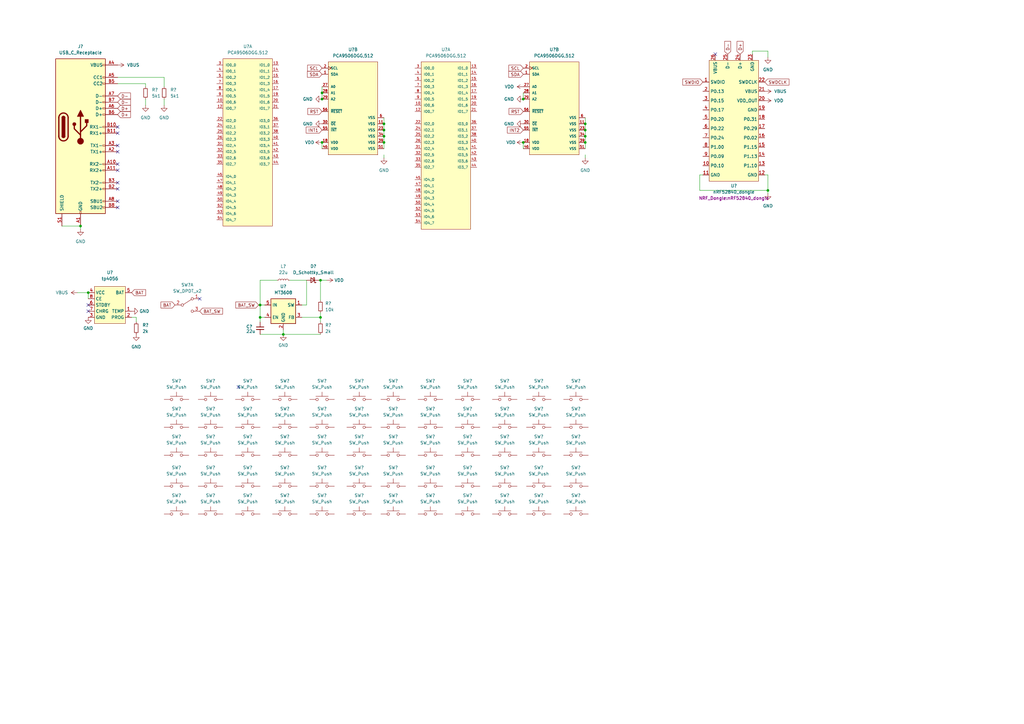
<source format=kicad_sch>
(kicad_sch (version 20211123) (generator eeschema)
  (paper "A3")
  (lib_symbols
    (symbol "Connector:USB_C_Receptacle" (pin_names (offset 1.016))
      (property "Reference" "J" (at -10.16 29.21 0))
      (property "Value" "USB_C_Receptacle" (at 10.16 29.21 0))
      (symbol "USB_C_Receptacle_0_0"
        (rectangle (start -0.254 -35.56) (end 0.254 -34.544))
        (rectangle (start 10.16 -32.766) (end 9.144 -33.274))
        (rectangle (start 10.16 -30.226) (end 9.144 -30.734))
        (rectangle (start 10.16 -25.146) (end 9.144 -25.654))
        (rectangle (start 10.16 -22.606) (end 9.144 -23.114))
        (rectangle (start 10.16 -17.526) (end 9.144 -18.034))
        (rectangle (start 10.16 -14.986) (end 9.144 -15.494))
        (rectangle (start 10.16 -9.906) (end 9.144 -10.414))
        (rectangle (start 10.16 -7.366) (end 9.144 -7.874))
        (rectangle (start 10.16 -2.286) (end 9.144 -2.794))
        (rectangle (start 10.16 0.254) (end 9.144 -0.254))
        (rectangle (start 10.16 5.334) (end 9.144 4.826))
        (rectangle (start 10.16 7.874) (end 9.144 7.366))
        (rectangle (start 10.16 10.414) (end 9.144 9.906))
        (rectangle (start 10.16 12.954) (end 9.144 12.446))
        (rectangle (start 10.16 18.034) (end 9.144 17.526))
        (rectangle (start 10.16 20.574) (end 9.144 20.066))
        (rectangle (start 10.16 25.654) (end 9.144 25.146))
      )
      (symbol "USB_C_Receptacle_0_1"
        (rectangle (start -10.16 27.94) (end 10.16 -35.56) (stroke (width 0.254)) (fill (type background)))
        (arc (start -8.89 -3.81) (mid -6.985 -5.715) (end -5.08 -3.81) (stroke (width 0.508)))
        (arc (start -7.62 -3.81) (mid -6.985 -4.445) (end -6.35 -3.81) (stroke (width 0.254)))
        (arc (start -7.62 -3.81) (mid -6.985 -4.445) (end -6.35 -3.81) (stroke (width 0.254)) (fill (type outline)))
        (rectangle (start -7.62 -3.81) (end -6.35 3.81) (stroke (width 0.254)) (fill (type outline)))
        (arc (start -6.35 3.81) (mid -6.985 4.445) (end -7.62 3.81) (stroke (width 0.254)))
        (arc (start -6.35 3.81) (mid -6.985 4.445) (end -7.62 3.81) (stroke (width 0.254)) (fill (type outline)))
        (arc (start -5.08 3.81) (mid -6.985 5.715) (end -8.89 3.81) (stroke (width 0.508)))
        (polyline (pts (xy -8.89 -3.81) (xy -8.89 3.81)) (stroke (width 0.508)))
        (polyline (pts (xy -5.08 3.81) (xy -5.08 -3.81)) (stroke (width 0.508)))
      )
      (symbol "USB_C_Receptacle_1_1"
        (circle (center -2.54 1.143) (radius 0.635) (stroke (width 0.254)) (fill (type outline)))
        (circle (center 0 -5.842) (radius 1.27) (fill (type outline)))
        (polyline (pts (xy 0 -5.842) (xy 0 4.318)) (stroke (width 0.508)))
        (polyline (pts (xy 0 -3.302) (xy -2.54 -0.762) (xy -2.54 0.508)) (stroke (width 0.508)))
        (polyline (pts (xy 0 -2.032) (xy 2.54 0.508) (xy 2.54 1.778)) (stroke (width 0.508)))
        (polyline (pts (xy -1.27 4.318) (xy 0 6.858) (xy 1.27 4.318) (xy -1.27 4.318)) (stroke (width 0.254)) (fill (type outline)))
        (rectangle (start 1.905 1.778) (end 3.175 3.048) (stroke (width 0.254)) (fill (type outline)))
        (pin passive line (at 0 -40.64 90) (length 5.08) (name "GND") (number "A1"))
        (pin bidirectional line (at 15.24 -15.24 180) (length 5.08) (name "RX2-") (number "A10"))
        (pin bidirectional line (at 15.24 -17.78 180) (length 5.08) (name "RX2+") (number "A11"))
        (pin passive line (at 0 -40.64 90) (length 5.08) hide (name "GND") (number "A12"))
        (pin bidirectional line (at 15.24 -10.16 180) (length 5.08) (name "TX1+") (number "A2"))
        (pin bidirectional line (at 15.24 -7.62 180) (length 5.08) (name "TX1-") (number "A3"))
        (pin passive line (at 15.24 25.4 180) (length 5.08) (name "VBUS") (number "A4"))
        (pin bidirectional line (at 15.24 20.32 180) (length 5.08) (name "CC1") (number "A5"))
        (pin bidirectional line (at 15.24 7.62 180) (length 5.08) (name "D+") (number "A6"))
        (pin bidirectional line (at 15.24 12.7 180) (length 5.08) (name "D-") (number "A7"))
        (pin bidirectional line (at 15.24 -30.48 180) (length 5.08) (name "SBU1") (number "A8"))
        (pin passive line (at 15.24 25.4 180) (length 5.08) hide (name "VBUS") (number "A9"))
        (pin passive line (at 0 -40.64 90) (length 5.08) hide (name "GND") (number "B1"))
        (pin bidirectional line (at 15.24 0 180) (length 5.08) (name "RX1-") (number "B10"))
        (pin bidirectional line (at 15.24 -2.54 180) (length 5.08) (name "RX1+") (number "B11"))
        (pin passive line (at 0 -40.64 90) (length 5.08) hide (name "GND") (number "B12"))
        (pin bidirectional line (at 15.24 -25.4 180) (length 5.08) (name "TX2+") (number "B2"))
        (pin bidirectional line (at 15.24 -22.86 180) (length 5.08) (name "TX2-") (number "B3"))
        (pin passive line (at 15.24 25.4 180) (length 5.08) hide (name "VBUS") (number "B4"))
        (pin bidirectional line (at 15.24 17.78 180) (length 5.08) (name "CC2") (number "B5"))
        (pin bidirectional line (at 15.24 5.08 180) (length 5.08) (name "D+") (number "B6"))
        (pin bidirectional line (at 15.24 10.16 180) (length 5.08) (name "D-") (number "B7"))
        (pin bidirectional line (at 15.24 -33.02 180) (length 5.08) (name "SBU2") (number "B8"))
        (pin passive line (at 15.24 25.4 180) (length 5.08) hide (name "VBUS") (number "B9"))
        (pin passive line (at -7.62 -40.64 90) (length 5.08) (name "SHIELD") (number "S1"))
      )
    )
    (symbol "Device:C_Small" (pin_numbers hide) (pin_names (offset 0.254) hide)
      (property "Reference" "C" (at 0.254 1.778 0))
      (property "Value" "C_Small" (at 0.254 -2.032 0))
      (symbol "C_Small_0_1"
        (polyline (pts (xy -1.524 -0.508) (xy 1.524 -0.508)) (stroke (width 0.3302)))
        (polyline (pts (xy -1.524 0.508) (xy 1.524 0.508)) (stroke (width 0.3048)))
      )
      (symbol "C_Small_1_1"
        (pin passive line (at 0 2.54 270) (length 2.032) (name "~") (number "1"))
        (pin passive line (at 0 -2.54 90) (length 2.032) (name "~") (number "2"))
      )
    )
    (symbol "Device:D_Schottky_Small" (pin_numbers hide) (pin_names (offset 0.254) hide)
      (property "Reference" "D" (at -1.27 2.032 0))
      (property "Value" "D_Schottky_Small" (at -7.112 -2.032 0))
      (symbol "D_Schottky_Small_0_1"
        (polyline (pts (xy -0.762 0) (xy 0.762 0)))
        (polyline (pts (xy 0.762 -1.016) (xy -0.762 0) (xy 0.762 1.016) (xy 0.762 -1.016)) (stroke (width 0.254)))
        (polyline (pts (xy -1.27 0.762) (xy -1.27 1.016) (xy -0.762 1.016) (xy -0.762 -1.016) (xy -0.254 -1.016) (xy -0.254 -0.762)) (stroke (width 0.254)))
      )
      (symbol "D_Schottky_Small_1_1"
        (pin passive line (at -2.54 0 0) (length 1.778) (name "K") (number "1"))
        (pin passive line (at 2.54 0 180) (length 1.778) (name "A") (number "2"))
      )
    )
    (symbol "Device:L_Small" (pin_numbers hide) (pin_names (offset 0.254) hide)
      (property "Reference" "L" (at 0.762 1.016 0))
      (property "Value" "L_Small" (at 0.762 -1.016 0))
      (symbol "L_Small_0_1"
        (arc (start 0 -2.032) (mid 0.508 -1.524) (end 0 -1.016))
        (arc (start 0 -1.016) (mid 0.508 -0.508) (end 0 0))
        (arc (start 0 0) (mid 0.508 0.508) (end 0 1.016))
        (arc (start 0 1.016) (mid 0.508 1.524) (end 0 2.032))
      )
      (symbol "L_Small_1_1"
        (pin passive line (at 0 2.54 270) (length 0.508) (name "~") (number "1"))
        (pin passive line (at 0 -2.54 90) (length 0.508) (name "~") (number "2"))
      )
    )
    (symbol "Device:R_Small" (pin_numbers hide) (pin_names (offset 0.254) hide)
      (property "Reference" "R" (at 0.762 0.508 0))
      (property "Value" "R_Small" (at 0.762 -1.016 0))
      (symbol "R_Small_0_1"
        (rectangle (start -0.762 1.778) (end 0.762 -1.778) (stroke (width 0.2032)))
      )
      (symbol "R_Small_1_1"
        (pin passive line (at 0 2.54 270) (length 0.762) (name "~") (number "1"))
        (pin passive line (at 0 -2.54 90) (length 0.762) (name "~") (number "2"))
      )
    )
    (symbol "NRF_dongle:nRF52840_dongle" (in_bom no) (on_board no)
      (property "Reference" "U" (at -8.89 -26.67 0))
      (property "Value" "nRF52840_dongle" (at -1.27 -29.21 0))
      (property "Footprint" "NRF_Dongle:nRF52840_dongle" (at -3.81 27.94 0))
      (symbol "nRF52840_dongle_0_1"
        (rectangle (start -10.16 24.13) (end 10.16 -25.4) (fill (type background)))
      )
      (symbol "nRF52840_dongle_1_1"
        (pin bidirectional line (at -12.7 15.24 0) (length 2.54) (name "SWDIO") (number "1"))
        (pin bidirectional line (at -12.7 -19.05 0) (length 2.54) (name "P0.10") (number "10"))
        (pin power_out line (at -12.7 -22.86 0) (length 2.54) (name "GND") (number "11"))
        (pin power_out line (at 12.7 -22.86 180) (length 2.54) (name "GND") (number "12"))
        (pin bidirectional line (at 12.7 -19.05 180) (length 2.54) (name "P1.10") (number "13"))
        (pin bidirectional line (at 12.7 -15.24 180) (length 2.54) (name "P1.13") (number "14"))
        (pin bidirectional line (at 12.7 -11.43 180) (length 2.54) (name "P1.15") (number "15"))
        (pin bidirectional line (at 12.7 -7.62 180) (length 2.54) (name "P0.02") (number "16"))
        (pin bidirectional line (at 12.7 -3.81 180) (length 2.54) (name "P0.29") (number "17"))
        (pin bidirectional line (at 12.7 0 180) (length 2.54) (name "P0.31") (number "18"))
        (pin power_in line (at 12.7 3.81 180) (length 2.54) (name "GND") (number "19"))
        (pin bidirectional line (at -12.7 11.43 0) (length 2.54) (name "P0.13") (number "2"))
        (pin power_out line (at 12.7 7.62 180) (length 2.54) (name "VDD_OUT") (number "20"))
        (pin power_in line (at 12.7 11.43 180) (length 2.54) (name "VBUS") (number "21"))
        (pin input line (at 12.7 15.24 180) (length 2.54) (name "SWDCLK") (number "22"))
        (pin power_in line (at 7.62 26.67 270) (length 2.54) (name "GND") (number "23"))
        (pin bidirectional line (at 2.54 26.67 270) (length 2.54) (name "D+") (number "24"))
        (pin bidirectional line (at -2.54 26.67 270) (length 2.54) (name "D-") (number "25"))
        (pin power_in line (at -7.62 26.67 270) (length 2.54) (name "VBUS") (number "26"))
        (pin bidirectional line (at -12.7 7.62 0) (length 2.54) (name "P0.15") (number "3"))
        (pin bidirectional line (at -12.7 3.81 0) (length 2.54) (name "P0.17") (number "4"))
        (pin bidirectional line (at -12.7 0 0) (length 2.54) (name "P0.20") (number "5"))
        (pin bidirectional line (at -12.7 -3.81 0) (length 2.54) (name "P0.22") (number "6"))
        (pin bidirectional line (at -12.7 -7.62 0) (length 2.54) (name "P0.24") (number "7"))
        (pin bidirectional line (at -12.7 -11.43 0) (length 2.54) (name "P1.00") (number "8"))
        (pin bidirectional line (at -12.7 -15.24 0) (length 2.54) (name "P0.09") (number "9"))
      )
    )
    (symbol "PCA9596:PCA9506DGG,512" (pin_names (offset 1.016))
      (property "Reference" "U" (at 0 5.08 0))
      (property "Value" "PCA9506DGG,512" (at 0 7.62 0))
      (symbol "PCA9506DGG,512_1_1"
        (rectangle (start 5.08 2.54) (end 25.4 -66.04) (fill (type background)))
        (pin bidirectional line (at 2.54 -15.24 0) (length 2.54) (name "IO0_6") (number "10"))
        (pin bidirectional line (at 2.54 -17.78 0) (length 2.54) (name "IO0_7") (number "12"))
        (pin bidirectional line (at 27.94 0 180) (length 2.54) (name "IO1_0") (number "13"))
        (pin bidirectional line (at 27.94 -2.54 180) (length 2.54) (name "IO1_1") (number "14"))
        (pin bidirectional line (at 27.94 -5.08 180) (length 2.54) (name "IO1_2") (number "15"))
        (pin bidirectional line (at 27.94 -7.62 180) (length 2.54) (name "IO1_3") (number "16"))
        (pin bidirectional line (at 27.94 -10.16 180) (length 2.54) (name "IO1_4") (number "17"))
        (pin bidirectional line (at 27.94 -12.7 180) (length 2.54) (name "IO1_5") (number "19"))
        (pin bidirectional line (at 27.94 -15.24 180) (length 2.54) (name "IO1_6") (number "20"))
        (pin bidirectional line (at 27.94 -17.78 180) (length 2.54) (name "IO1_7") (number "21"))
        (pin bidirectional line (at 2.54 -22.86 0) (length 2.54) (name "IO2_0") (number "22"))
        (pin bidirectional line (at 2.54 -25.4 0) (length 2.54) (name "IO2_1") (number "24"))
        (pin bidirectional line (at 2.54 -27.94 0) (length 2.54) (name "IO2_2") (number "25"))
        (pin bidirectional line (at 2.54 -30.48 0) (length 2.54) (name "IO2_3") (number "26"))
        (pin bidirectional line (at 2.54 0 0) (length 2.54) (name "IO0_0") (number "3"))
        (pin bidirectional line (at 2.54 -33.02 0) (length 2.54) (name "IO2_4") (number "31"))
        (pin bidirectional line (at 2.54 -35.56 0) (length 2.54) (name "IO2_5") (number "32"))
        (pin bidirectional line (at 2.54 -38.1 0) (length 2.54) (name "IO2_6") (number "33"))
        (pin bidirectional line (at 2.54 -40.64 0) (length 2.54) (name "IO2_7") (number "35"))
        (pin bidirectional line (at 27.94 -22.86 180) (length 2.54) (name "IO3_0") (number "36"))
        (pin bidirectional line (at 27.94 -25.4 180) (length 2.54) (name "IO3_1") (number "37"))
        (pin bidirectional line (at 27.94 -27.94 180) (length 2.54) (name "IO3_2") (number "38"))
        (pin bidirectional line (at 2.54 -2.54 0) (length 2.54) (name "IO0_1") (number "4"))
        (pin bidirectional line (at 27.94 -30.48 180) (length 2.54) (name "IO3_3") (number "40"))
        (pin bidirectional line (at 27.94 -33.02 180) (length 2.54) (name "IO3_4") (number "41"))
        (pin bidirectional line (at 27.94 -35.56 180) (length 2.54) (name "IO3_5") (number "42"))
        (pin bidirectional line (at 27.94 -38.1 180) (length 2.54) (name "IO3_6") (number "43"))
        (pin bidirectional line (at 27.94 -40.64 180) (length 2.54) (name "IO3_7") (number "44"))
        (pin bidirectional line (at 2.54 -45.72 0) (length 2.54) (name "IO4_0") (number "45"))
        (pin bidirectional line (at 2.54 -48.26 0) (length 2.54) (name "IO4_1") (number "47"))
        (pin bidirectional line (at 2.54 -50.8 0) (length 2.54) (name "IO4_2") (number "48"))
        (pin bidirectional line (at 2.54 -53.34 0) (length 2.54) (name "IO4_3") (number "49"))
        (pin bidirectional line (at 2.54 -5.08 0) (length 2.54) (name "IO0_2") (number "5"))
        (pin bidirectional line (at 2.54 -55.88 0) (length 2.54) (name "IO4_4") (number "50"))
        (pin bidirectional line (at 2.54 -58.42 0) (length 2.54) (name "IO4_5") (number "52"))
        (pin bidirectional line (at 2.54 -60.96 0) (length 2.54) (name "IO4_6") (number "53"))
        (pin bidirectional line (at 2.54 -63.5 0) (length 2.54) (name "IO4_7") (number "54"))
        (pin bidirectional line (at 2.54 -7.62 0) (length 2.54) (name "IO0_3") (number "7"))
        (pin bidirectional line (at 2.54 -10.16 0) (length 2.54) (name "IO0_4") (number "8"))
        (pin bidirectional line (at 2.54 -12.7 0) (length 2.54) (name "IO0_5") (number "9"))
      )
      (symbol "PCA9506DGG,512_2_1"
        (rectangle (start 5.08 2.54) (end 25.4 -35.56) (fill (type background)))
        (pin bidirectional line (at 2.54 -2.54 0) (length 2.54) (name "SDA") (number "1"))
        (pin power_in line (at 27.94 -22.86 180) (length 2.54) (name "VSS") (number "11"))
        (pin power_in line (at 2.54 -30.48 0) (length 2.54) (name "VDD") (number "18"))
        (pin input clock (at 2.54 0 0) (length 2.54) (name "SCL") (number "2"))
        (pin power_in line (at 27.94 -25.4 180) (length 2.54) (name "VSS") (number "23"))
        (pin input line (at 2.54 -7.62 0) (length 2.54) (name "A0") (number "27"))
        (pin input line (at 2.54 -10.16 0) (length 2.54) (name "A1") (number "28"))
        (pin input line (at 2.54 -12.7 0) (length 2.54) (name "A2") (number "29"))
        (pin input line (at 2.54 -22.86 0) (length 2.54) (name "~{OE}") (number "30"))
        (pin power_in line (at 27.94 -27.94 180) (length 2.54) (name "VSS") (number "34"))
        (pin power_in line (at 27.94 -30.48 180) (length 2.54) (name "VSS") (number "39"))
        (pin power_in line (at 2.54 -33.02 0) (length 2.54) (name "VDD") (number "46"))
        (pin power_in line (at 27.94 -33.02 180) (length 2.54) (name "VSS") (number "51"))
        (pin open_collector line (at 2.54 -25.4 0) (length 2.54) (name "~{INT}") (number "55"))
        (pin input line (at 2.54 -17.78 0) (length 2.54) (name "~{RESET}") (number "56"))
        (pin power_in line (at 27.94 -20.32 180) (length 2.54) (name "VSS") (number "6"))
      )
    )
    (symbol "Regulator_Switching:MT3608"
      (property "Reference" "U" (at -2.54 8.89 0))
      (property "Value" "MT3608" (at -3.81 6.35 0))
      (symbol "MT3608_0_1"
        (rectangle (start -5.08 5.08) (end 5.08 -5.08) (stroke (width 0.254)) (fill (type background)))
      )
      (symbol "MT3608_1_1"
        (pin passive line (at 7.62 2.54 180) (length 2.54) (name "SW") (number "1"))
        (pin power_in line (at 0 -7.62 90) (length 2.54) (name "GND") (number "2"))
        (pin input line (at 7.62 -2.54 180) (length 2.54) (name "FB") (number "3"))
        (pin input line (at -7.62 -2.54 0) (length 2.54) (name "EN") (number "4"))
        (pin power_in line (at -7.62 2.54 0) (length 2.54) (name "IN") (number "5"))
        (pin no_connect line (at 5.08 0 180) (length 2.54) hide (name "NC") (number "6"))
      )
    )
    (symbol "Switch:SW_DPDT_x2" (pin_names (offset 0) hide)
      (property "Reference" "SW" (at 0 4.318 0))
      (property "Value" "SW_DPDT_x2" (at 0 -5.08 0))
      (symbol "SW_DPDT_x2_0_0"
        (circle (center -2.032 0) (radius 0.508))
        (circle (center 2.032 -2.54) (radius 0.508))
      )
      (symbol "SW_DPDT_x2_0_1"
        (polyline (pts (xy -1.524 0.254) (xy 1.651 2.286)))
        (circle (center 2.032 2.54) (radius 0.508))
      )
      (symbol "SW_DPDT_x2_1_1"
        (pin passive line (at 5.08 2.54 180) (length 2.54) (name "A") (number "1"))
        (pin passive line (at -5.08 0 0) (length 2.54) (name "B") (number "2"))
        (pin passive line (at 5.08 -2.54 180) (length 2.54) (name "C") (number "3"))
      )
      (symbol "SW_DPDT_x2_2_1"
        (pin passive line (at 5.08 2.54 180) (length 2.54) (name "A") (number "4"))
        (pin passive line (at -5.08 0 0) (length 2.54) (name "B") (number "5"))
        (pin passive line (at 5.08 -2.54 180) (length 2.54) (name "C") (number "6"))
      )
    )
    (symbol "Switch:SW_Push" (pin_numbers hide) (pin_names (offset 1.016) hide)
      (property "Reference" "SW" (at 1.27 2.54 0))
      (property "Value" "SW_Push" (at 0 -1.524 0))
      (symbol "SW_Push_0_1"
        (circle (center -2.032 0) (radius 0.508))
        (polyline (pts (xy 0 1.27) (xy 0 3.048)))
        (polyline (pts (xy 2.54 1.27) (xy -2.54 1.27)))
        (circle (center 2.032 0) (radius 0.508))
        (pin passive line (at -5.08 0 0) (length 2.54) (name "1") (number "1"))
        (pin passive line (at 5.08 0 180) (length 2.54) (name "2") (number "2"))
      )
    )
    (symbol "TP4056:tp4056"
      (property "Reference" "U" (at 0 -8.89 0))
      (property "Value" "tp4056" (at 0 -11.43 0))
      (symbol "tp4056_0_1"
        (rectangle (start -6.35 7.62) (end 6.35 -7.62) (fill (type background)))
      )
      (symbol "tp4056_1_1"
        (pin input line (at 8.89 -2.54 180) (length 2.54) (name "TEMP") (number "1"))
        (pin passive line (at 8.89 -5.08 180) (length 2.54) (name "PROG") (number "2"))
        (pin power_in line (at -8.89 -5.08 0) (length 2.54) (name "GND") (number "3"))
        (pin power_in line (at -8.89 5.08 0) (length 2.54) (name "VCC") (number "4"))
        (pin power_out line (at 8.89 5.08 180) (length 2.54) (name "BAT") (number "5"))
        (pin output line (at -8.89 0 0) (length 2.54) (name "STDBY") (number "6"))
        (pin output line (at -8.89 -2.54 0) (length 2.54) (name "CHRG") (number "7"))
        (pin input line (at -8.89 2.54 0) (length 2.54) (name "CE") (number "8"))
      )
    )
    (symbol "power:GND" (power) (pin_names (offset 0))
      (property "Value" "GND" (at 0 -3.81 0))
      (symbol "GND_0_1"
        (polyline (pts (xy 0 0) (xy 0 -1.27) (xy 1.27 -1.27) (xy 0 -2.54) (xy -1.27 -1.27) (xy 0 -1.27)))
      )
      (symbol "GND_1_1"
        (pin power_in line (at 0 0 270) (length 0) hide (name "GND") (number "1"))
      )
    )
    (symbol "power:VBUS" (power) (pin_names (offset 0))
      (property "Value" "VBUS" (at 0 3.81 0))
      (symbol "VBUS_0_1"
        (polyline (pts (xy -0.762 1.27) (xy 0 2.54)))
        (polyline (pts (xy 0 0) (xy 0 2.54)))
        (polyline (pts (xy 0 2.54) (xy 0.762 1.27)))
      )
      (symbol "VBUS_1_1"
        (pin power_in line (at 0 0 90) (length 0) hide (name "VBUS") (number "1"))
      )
    )
    (symbol "power:VDD" (power) (pin_names (offset 0))
      (property "Value" "VDD" (at 0 3.81 0))
      (symbol "VDD_0_1"
        (polyline (pts (xy -0.762 1.27) (xy 0 2.54)))
        (polyline (pts (xy 0 0) (xy 0 2.54)))
        (polyline (pts (xy 0 2.54) (xy 0.762 1.27)))
      )
      (symbol "VDD_1_1"
        (pin power_in line (at 0 0 90) (length 0) hide (name "VDD") (number "1"))
      )
    )
  )
  (junction (at 157.48 53.34))
  (junction (at 132.08 40.64))
  (junction (at 240.03 53.34))
  (junction (at 240.03 50.8))
  (junction (at 131.445 114.935))
  (junction (at 106.68 130.175))
  (junction (at 240.03 55.88))
  (junction (at 116.205 137.16))
  (junction (at 314.96 78.105))
  (junction (at 132.08 38.1))
  (junction (at 240.03 58.42))
  (junction (at 131.445 130.175))
  (junction (at 132.08 58.42))
  (junction (at 33.02 92.71))
  (junction (at 106.68 125.095))
  (junction (at 157.48 58.42))
  (junction (at 214.63 58.42))
  (junction (at 214.63 40.64))
  (junction (at 36.195 120.015))
  (junction (at 157.48 55.88))
  (junction (at 157.48 50.8))
  (no_connect (at 48.26 52.07))
  (no_connect (at 81.915 122.555))
  (no_connect (at 48.26 67.31))
  (no_connect (at 36.195 125.095))
  (no_connect (at 36.195 127.635))
  (no_connect (at 48.26 59.69))
  (no_connect (at 48.26 74.93))
  (no_connect (at 48.26 69.85))
  (no_connect (at 48.26 54.61))
  (no_connect (at 293.37 22.225))
  (no_connect (at 48.26 77.47))
  (no_connect (at 48.26 82.55))
  (no_connect (at 48.26 85.09))
  (no_connect (at 48.26 62.23))
  (no_connect (at 97.79 158.75))
  (wire (pts (xy 123.825 130.175) (xy 131.445 130.175)))
  (wire (pts (xy 240.03 58.42) (xy 240.03 60.96)))
  (wire (pts (xy 106.68 132.08) (xy 106.68 130.175)))
  (wire (pts (xy 308.61 22.225) (xy 308.61 20.955)))
  (wire (pts (xy 48.26 31.75) (xy 67.31 31.75)))
  (wire (pts (xy 308.61 20.955) (xy 314.96 20.955)))
  (wire (pts (xy 31.75 120.015) (xy 36.195 120.015)))
  (wire (pts (xy 132.08 35.56) (xy 132.08 38.1)))
  (wire (pts (xy 132.08 58.42) (xy 132.08 60.96)))
  (wire (pts (xy 106.68 130.175) (xy 106.68 125.095)))
  (wire (pts (xy 240.03 63.5) (xy 240.03 64.77)))
  (wire (pts (xy 48.26 34.29) (xy 59.69 34.29)))
  (wire (pts (xy 240.03 50.8) (xy 240.03 53.34)))
  (wire (pts (xy 106.045 125.095) (xy 106.68 125.095)))
  (wire (pts (xy 106.68 130.175) (xy 108.585 130.175)))
  (wire (pts (xy 67.31 31.75) (xy 67.31 35.56)))
  (wire (pts (xy 116.205 137.16) (xy 131.445 137.16)))
  (wire (pts (xy 131.445 128.27) (xy 131.445 130.175)))
  (wire (pts (xy 157.48 63.5) (xy 157.48 64.77)))
  (wire (pts (xy 53.975 130.175) (xy 55.88 130.175)))
  (wire (pts (xy 314.96 78.105) (xy 314.96 71.755)))
  (wire (pts (xy 55.88 130.175) (xy 55.88 132.08)))
  (wire (pts (xy 59.69 40.64) (xy 59.69 43.18)))
  (wire (pts (xy 106.68 125.095) (xy 108.585 125.095)))
  (wire (pts (xy 125.73 125.095) (xy 123.825 125.095)))
  (wire (pts (xy 131.445 114.935) (xy 133.985 114.935)))
  (wire (pts (xy 118.745 114.935) (xy 125.73 114.935)))
  (wire (pts (xy 157.48 58.42) (xy 157.48 60.96)))
  (wire (pts (xy 314.96 20.955) (xy 314.96 23.495)))
  (wire (pts (xy 157.48 50.8) (xy 157.48 53.34)))
  (wire (pts (xy 113.665 114.935) (xy 106.68 114.935)))
  (wire (pts (xy 288.29 71.755) (xy 287.02 71.755)))
  (wire (pts (xy 214.63 58.42) (xy 214.63 60.96)))
  (wire (pts (xy 157.48 48.26) (xy 157.48 50.8)))
  (wire (pts (xy 116.205 135.255) (xy 116.205 137.16)))
  (wire (pts (xy 287.02 71.755) (xy 287.02 78.105)))
  (wire (pts (xy 240.03 53.34) (xy 240.03 55.88)))
  (wire (pts (xy 240.03 48.26) (xy 240.03 50.8)))
  (wire (pts (xy 132.08 38.1) (xy 132.08 40.64)))
  (wire (pts (xy 240.03 55.88) (xy 240.03 58.42)))
  (wire (pts (xy 157.48 53.34) (xy 157.48 55.88)))
  (wire (pts (xy 287.02 78.105) (xy 314.96 78.105)))
  (wire (pts (xy 131.445 123.19) (xy 131.445 114.935)))
  (wire (pts (xy 67.31 40.64) (xy 67.31 43.18)))
  (wire (pts (xy 125.73 114.935) (xy 125.73 125.095)))
  (wire (pts (xy 314.96 78.105) (xy 314.96 79.375)))
  (wire (pts (xy 106.68 137.16) (xy 116.205 137.16)))
  (wire (pts (xy 314.96 71.755) (xy 313.69 71.755)))
  (wire (pts (xy 106.68 114.935) (xy 106.68 125.095)))
  (wire (pts (xy 214.63 38.1) (xy 214.63 40.64)))
  (wire (pts (xy 25.4 92.71) (xy 33.02 92.71)))
  (wire (pts (xy 131.445 130.175) (xy 131.445 132.08)))
  (wire (pts (xy 59.69 34.29) (xy 59.69 35.56)))
  (wire (pts (xy 131.445 114.935) (xy 130.81 114.935)))
  (wire (pts (xy 157.48 55.88) (xy 157.48 58.42)))
  (wire (pts (xy 36.195 120.015) (xy 36.195 122.555)))
  (wire (pts (xy 33.02 92.71) (xy 33.02 93.98)))
  (global_label "BAT_SW" (shape input) (at 106.045 125.095 180) (property "Intersheet References" "${INTERSHEET_REFS}" (effects hide)))
  (global_label "SCL" (shape input) (at 132.08 27.94 180) (property "Intersheet References" "${INTERSHEET_REFS}" (effects hide)))
  (global_label "BAT" (shape input) (at 71.755 125.095 180) (property "Intersheet References" "${INTERSHEET_REFS}" (effects hide)))
  (global_label "SCL" (shape input) (at 214.63 27.94 180) (property "Intersheet References" "${INTERSHEET_REFS}" (effects hide)))
  (global_label "SWDIO" (shape input) (at 288.29 33.655 180) (property "Intersheet References" "${INTERSHEET_REFS}" (effects hide)))
  (global_label "D-" (shape input) (at 298.45 22.225 90) (property "Intersheet References" "${INTERSHEET_REFS}" (effects hide)))
  (global_label "D+" (shape input) (at 48.26 44.45 0) (property "Intersheet References" "${INTERSHEET_REFS}" (effects hide)))
  (global_label "D+" (shape input) (at 303.53 22.225 90) (property "Intersheet References" "${INTERSHEET_REFS}" (effects hide)))
  (global_label "INT1" (shape input) (at 132.08 53.34 180) (property "Intersheet References" "${INTERSHEET_REFS}" (effects hide)))
  (global_label "RST" (shape input) (at 132.08 45.72 180) (property "Intersheet References" "${INTERSHEET_REFS}" (effects hide)))
  (global_label "D-" (shape input) (at 48.26 41.91 0) (property "Intersheet References" "${INTERSHEET_REFS}" (effects hide)))
  (global_label "SDA" (shape input) (at 214.63 30.48 180) (property "Intersheet References" "${INTERSHEET_REFS}" (effects hide)))
  (global_label "BAT" (shape input) (at 53.975 120.015 0) (property "Intersheet References" "${INTERSHEET_REFS}" (effects hide)))
  (global_label "INT2" (shape input) (at 214.63 53.34 180) (property "Intersheet References" "${INTERSHEET_REFS}" (effects hide)))
  (global_label "SDA" (shape input) (at 132.08 30.48 180) (property "Intersheet References" "${INTERSHEET_REFS}" (effects hide)))
  (global_label "D-" (shape input) (at 48.26 39.37 0) (property "Intersheet References" "${INTERSHEET_REFS}" (effects hide)))
  (global_label "RST" (shape input) (at 214.63 45.72 180) (property "Intersheet References" "${INTERSHEET_REFS}" (effects hide)))
  (global_label "SWDCLK" (shape input) (at 313.69 33.655 0) (property "Intersheet References" "${INTERSHEET_REFS}" (effects hide)))
  (global_label "D+" (shape input) (at 48.26 46.99 0) (property "Intersheet References" "${INTERSHEET_REFS}" (effects hide)))
  (global_label "BAT_SW" (shape input) (at 81.915 127.635 0) (property "Intersheet References" "${INTERSHEET_REFS}" (effects hide)))
  (symbol (lib_id "Switch:SW_Push") (at 147.32 163.83 0) (unit 1)
    (property "Reference" "SW?" (at 147.32 156.21 0))
    (property "Value" "SW_Push" (at 147.32 158.75 0))
  )
  (symbol (lib_id "Switch:SW_Push") (at 207.01 175.26 0) (unit 1)
    (property "Reference" "SW?" (at 207.01 167.64 0))
    (property "Value" "SW_Push" (at 207.01 170.18 0))
  )
  (symbol (lib_id "Switch:SW_Push") (at 86.36 163.83 0) (unit 1)
    (property "Reference" "SW?" (at 86.36 156.21 0))
    (property "Value" "SW_Push" (at 86.36 158.75 0))
  )
  (symbol (lib_id "Switch:SW_Push") (at 147.32 210.82 0) (unit 1)
    (property "Reference" "SW?" (at 147.32 203.2 0))
    (property "Value" "SW_Push" (at 147.32 205.74 0))
  )
  (symbol (lib_id "Switch:SW_Push") (at 101.6 175.26 0) (unit 1)
    (property "Reference" "SW?" (at 101.6 167.64 0))
    (property "Value" "SW_Push" (at 101.6 170.18 0))
  )
  (symbol (lib_id "Switch:SW_Push") (at 101.6 163.83 0) (unit 1)
    (property "Reference" "SW?" (at 101.6 156.21 0))
    (property "Value" "SW_Push" (at 101.6 158.75 0))
  )
  (symbol (lib_id "Switch:SW_Push") (at 207.01 163.83 0) (unit 1)
    (property "Reference" "SW?" (at 207.01 156.21 0))
    (property "Value" "SW_Push" (at 207.01 158.75 0))
  )
  (symbol (lib_id "Switch:SW_Push") (at 191.77 210.82 0) (unit 1)
    (property "Reference" "SW?" (at 191.77 203.2 0))
    (property "Value" "SW_Push" (at 191.77 205.74 0))
  )
  (symbol (lib_id "Switch:SW_Push") (at 86.36 210.82 0) (unit 1)
    (property "Reference" "SW?" (at 86.36 203.2 0))
    (property "Value" "SW_Push" (at 86.36 205.74 0))
  )
  (symbol (lib_id "power:GND") (at 132.08 40.64 270) (unit 1)
    (property "Reference" "#PWR?" (effects hide))
    (property "Value" "GND" (at 128.27 40.6399 90) (effects (justify right)))
  )
  (symbol (lib_id "Switch:SW_Push") (at 72.39 199.39 0) (unit 1)
    (property "Reference" "SW?" (at 72.39 191.77 0))
    (property "Value" "SW_Push" (at 72.39 194.31 0))
  )
  (symbol (lib_id "Device:D_Schottky_Small") (at 128.27 114.935 180) (unit 1)
    (property "Reference" "D?" (at 128.524 109.22 0))
    (property "Value" "D_Schottky_Small" (at 128.524 111.76 0))
  )
  (symbol (lib_id "power:GND") (at 33.02 93.98 0) (unit 1)
    (property "Reference" "#PWR0101" (effects hide))
    (property "Value" "GND" (at 33.02 99.06 0))
  )
  (symbol (lib_id "Switch:SW_Push") (at 72.39 175.26 0) (unit 1)
    (property "Reference" "SW?" (at 72.39 167.64 0))
    (property "Value" "SW_Push" (at 72.39 170.18 0))
  )
  (symbol (lib_id "Switch:SW_Push") (at 236.22 186.69 0) (unit 1)
    (property "Reference" "SW?" (at 236.22 179.07 0))
    (property "Value" "SW_Push" (at 236.22 181.61 0))
  )
  (symbol (lib_id "power:GND") (at 53.975 127.635 90) (unit 1)
    (property "Reference" "#PWR?" (effects hide))
    (property "Value" "GND" (at 57.15 127.6349 90) (effects (justify right)))
  )
  (symbol (lib_id "Switch:SW_Push") (at 220.98 210.82 0) (unit 1)
    (property "Reference" "SW?" (at 220.98 203.2 0))
    (property "Value" "SW_Push" (at 220.98 205.74 0))
  )
  (symbol (lib_id "Switch:SW_Push") (at 191.77 186.69 0) (unit 1)
    (property "Reference" "SW?" (at 191.77 179.07 0))
    (property "Value" "SW_Push" (at 191.77 181.61 0))
  )
  (symbol (lib_id "TP4056:tp4056") (at 45.085 125.095 0) (unit 1)
    (property "Reference" "U?" (at 45.085 111.76 0))
    (property "Value" "tp4056" (at 45.085 114.3 0))
    (property "Footprint" "Package_SO:TSSOP-8_3x3mm_P0.65mm" (effects hide))
  )
  (symbol (lib_id "Regulator_Switching:MT3608") (at 116.205 127.635 0) (unit 1)
    (property "Reference" "U?" (at 116.205 117.475 0))
    (property "Value" "MT3608" (at 116.205 120.015 0))
    (property "Footprint" "Package_TO_SOT_SMD:SOT-23-6" (effects hide))
    (property "Datasheet" "https://www.olimex.com/Products/Breadboarding/BB-PWR-3608/resources/MT3608.pdf" (effects hide))
  )
  (symbol (lib_id "Switch:SW_Push") (at 72.39 210.82 0) (unit 1)
    (property "Reference" "SW?" (at 72.39 203.2 0))
    (property "Value" "SW_Push" (at 72.39 205.74 0))
  )
  (symbol (lib_id "Switch:SW_Push") (at 116.84 186.69 0) (unit 1)
    (property "Reference" "SW?" (at 116.84 179.07 0))
    (property "Value" "SW_Push" (at 116.84 181.61 0))
  )
  (symbol (lib_id "power:GND") (at 157.48 64.77 0) (unit 1)
    (property "Reference" "#PWR0108" (effects hide))
    (property "Value" "GND" (at 157.48 69.85 0))
  )
  (symbol (lib_id "power:GND") (at 314.96 79.375 0) (unit 1)
    (property "Reference" "#PWR?" (effects hide))
    (property "Value" "GND" (at 314.96 84.455 0))
  )
  (symbol (lib_id "power:GND") (at 67.31 43.18 0) (unit 1)
    (property "Reference" "#PWR0103" (effects hide))
    (property "Value" "GND" (at 67.31 48.26 0))
  )
  (symbol (lib_id "Device:R_Small") (at 131.445 125.73 0) (unit 1)
    (property "Reference" "R?" (at 133.35 124.4599 0) (effects (justify left)))
    (property "Value" "10k" (at 133.35 126.9999 0) (effects (justify left)))
  )
  (symbol (lib_id "Device:L_Small") (at 116.205 114.935 90) (unit 1)
    (property "Reference" "L?" (at 116.205 109.22 90))
    (property "Value" "22u" (at 116.205 111.76 90))
  )
  (symbol (lib_id "Switch:SW_Push") (at 220.98 175.26 0) (unit 1)
    (property "Reference" "SW?" (at 220.98 167.64 0))
    (property "Value" "SW_Push" (at 220.98 170.18 0))
  )
  (symbol (lib_id "Device:C_Small") (at 106.68 134.62 0) (unit 1)
    (property "Reference" "C?" (at 100.965 133.985 0) (effects (justify left)))
    (property "Value" "22u" (at 100.965 135.89 0) (effects (justify left)))
  )
  (symbol (lib_id "Switch:SW_Push") (at 236.22 210.82 0) (unit 1)
    (property "Reference" "SW?" (at 236.22 203.2 0))
    (property "Value" "SW_Push" (at 236.22 205.74 0))
  )
  (symbol (lib_id "power:GND") (at 36.195 130.175 0) (unit 1)
    (property "Reference" "#PWR?" (effects hide))
    (property "Value" "GND" (at 36.195 134.62 0))
  )
  (symbol (lib_id "Switch:SW_Push") (at 116.84 175.26 0) (unit 1)
    (property "Reference" "SW?" (at 116.84 167.64 0))
    (property "Value" "SW_Push" (at 116.84 170.18 0))
  )
  (symbol (lib_id "power:VDD") (at 133.985 114.935 270) (unit 1)
    (property "Reference" "#PWR?" (effects hide))
    (property "Value" "VDD" (at 137.16 114.9349 90) (effects (justify left)))
  )
  (symbol (lib_id "Switch:SW_Push") (at 132.08 163.83 0) (unit 1)
    (property "Reference" "SW?" (at 132.08 156.21 0))
    (property "Value" "SW_Push" (at 132.08 158.75 0))
  )
  (symbol (lib_id "Device:R_Small") (at 55.88 134.62 0) (unit 1)
    (property "Reference" "R?" (at 58.42 133.3499 0) (effects (justify left)))
    (property "Value" "2k" (at 58.42 135.8899 0) (effects (justify left)))
  )
  (symbol (lib_id "Switch:SW_Push") (at 101.6 210.82 0) (unit 1)
    (property "Reference" "SW?" (at 101.6 203.2 0))
    (property "Value" "SW_Push" (at 101.6 205.74 0))
  )
  (symbol (lib_id "power:GND") (at 214.63 40.64 270) (unit 1)
    (property "Reference" "#PWR?" (effects hide))
    (property "Value" "GND" (at 210.82 40.6399 90) (effects (justify right)))
  )
  (symbol (lib_id "Connector:USB_C_Receptacle") (at 33.02 52.07 0) (unit 1)
    (property "Reference" "J?" (at 33.02 19.05 0))
    (property "Value" "USB_C_Receptacle" (at 33.02 21.59 0))
    (property "Datasheet" "https://www.usb.org/sites/default/files/documents/usb_type-c.zip" (effects hide))
  )
  (symbol (lib_id "Switch:SW_Push") (at 161.29 210.82 0) (unit 1)
    (property "Reference" "SW?" (at 161.29 203.2 0))
    (property "Value" "SW_Push" (at 161.29 205.74 0))
  )
  (symbol (lib_id "Switch:SW_Push") (at 161.29 199.39 0) (unit 1)
    (property "Reference" "SW?" (at 161.29 191.77 0))
    (property "Value" "SW_Push" (at 161.29 194.31 0))
  )
  (symbol (lib_id "Switch:SW_Push") (at 161.29 175.26 0) (unit 1)
    (property "Reference" "SW?" (at 161.29 167.64 0))
    (property "Value" "SW_Push" (at 161.29 170.18 0))
  )
  (symbol (lib_id "Switch:SW_Push") (at 132.08 210.82 0) (unit 1)
    (property "Reference" "SW?" (at 132.08 203.2 0))
    (property "Value" "SW_Push" (at 132.08 205.74 0))
  )
  (symbol (lib_id "PCA9596:PCA9506DGG,512") (at 167.64 27.94 0) (unit 1)
    (property "Reference" "U?" (at 182.88 20.32 0))
    (property "Value" "PCA9506DGG,512" (at 182.88 22.86 0))
    (property "Footprint" "NXP_Semiconductors-PCA9506DGG,512-*" (effects hide))
    (property "Datasheet" "http://www.nxp.com/documents/data_sheet/PCA9505_9506.pdf" (effects hide))
    (property "Component Link 1 Description" "Manufacturer URL" (effects hide))
    (property "Component Link 1 URL" "http://www.nxp.com/" (effects hide))
    (property "Component Link 3 Description" "Package Specification" (effects hide))
    (property "Component Link 3 URL" "http://www.nxp.com/documents/outline_drawing/sot364-1_po.pdf" (effects hide))
    (property "Datasheet Version" "Rev. 4" (effects hide))
    (property "IDD 5 5 V" "300 uA Max." (effects hide))
    (property "Mounting Technology" "Surface Mount" (effects hide))
    (property "Nr of Bits" "40" (effects hide))
    (property "Operating Temperature Range" "-40 to 85 degC" (effects hide))
    (property "Package Description" "56-Pin Plastic Thin Shrink Small Outline Package, Body 14 x 6.1 mm, Pitch 0.50 mm" (effects hide))
    (property "Package Version" "Feb-03" (effects hide))
    (property "Packing" "Tube" (effects hide))
    (property "VDD" "2.3 to 5.5 V" (effects hide))
    (property "category" "IC" (effects hide))
    (property "ciiva ids" "1226982" (effects hide))
    (property "library id" "e7f29774a411d698" (effects hide))
    (property "manufacturer" "NXP Semiconductors" (effects hide))
    (property "release date" "1415010237" (effects hide))
    (property "rohs" "Yes" (effects hide))
    (property "vault revision" "C1D2AAE7-90A0-4313-AE90-74CFF313FAFD" (effects hide))
    (property "fSCLFast mode" "400 kHz Max." (effects hide))
    (property "fSCLStandard mode" "100 kHz Max." (effects hide))
    (property "imported" "yes" (effects hide))
  )
  (symbol (lib_id "power:VBUS") (at 48.26 26.67 270) (unit 1)
    (property "Reference" "#PWR0104" (effects hide))
    (property "Value" "VBUS" (at 52.07 26.6699 90) (effects (justify left)))
  )
  (symbol (lib_id "Switch:SW_Push") (at 236.22 199.39 0) (unit 1)
    (property "Reference" "SW?" (at 236.22 191.77 0))
    (property "Value" "SW_Push" (at 236.22 194.31 0))
  )
  (symbol (lib_id "Switch:SW_Push") (at 132.08 186.69 0) (unit 1)
    (property "Reference" "SW?" (at 132.08 179.07 0))
    (property "Value" "SW_Push" (at 132.08 181.61 0))
  )
  (symbol (lib_id "Device:R_Small") (at 67.31 38.1 0) (unit 1)
    (property "Reference" "R?" (at 69.85 36.8299 0) (effects (justify left)))
    (property "Value" "5k1" (at 69.85 39.3699 0) (effects (justify left)))
  )
  (symbol (lib_id "Switch:SW_Push") (at 132.08 175.26 0) (unit 1)
    (property "Reference" "SW?" (at 132.08 167.64 0))
    (property "Value" "SW_Push" (at 132.08 170.18 0))
  )
  (symbol (lib_id "Switch:SW_Push") (at 176.53 186.69 0) (unit 1)
    (property "Reference" "SW?" (at 176.53 179.07 0))
    (property "Value" "SW_Push" (at 176.53 181.61 0))
  )
  (symbol (lib_id "Switch:SW_Push") (at 236.22 175.26 0) (unit 1)
    (property "Reference" "SW?" (at 236.22 167.64 0))
    (property "Value" "SW_Push" (at 236.22 170.18 0))
  )
  (symbol (lib_id "NRF_dongle:nRF52840_dongle") (at 300.99 48.895 0) (unit 1) (in_bom no) (on_board no)
    (property "Reference" "U?" (at 300.99 76.2 0))
    (property "Value" "nRF52840_dongle" (at 300.99 78.74 0))
    (property "Footprint" "NRF_Dongle:nRF52840_dongle" (at 300.99 81.28 0))
  )
  (symbol (lib_id "power:VDD") (at 214.63 58.42 90) (unit 1)
    (property "Reference" "#PWR0105" (effects hide))
    (property "Value" "VDD" (at 209.55 58.42 90))
  )
  (symbol (lib_id "Switch:SW_Push") (at 147.32 199.39 0) (unit 1)
    (property "Reference" "SW?" (at 147.32 191.77 0))
    (property "Value" "SW_Push" (at 147.32 194.31 0))
  )
  (symbol (lib_id "Switch:SW_Push") (at 220.98 199.39 0) (unit 1)
    (property "Reference" "SW?" (at 220.98 191.77 0))
    (property "Value" "SW_Push" (at 220.98 194.31 0))
  )
  (symbol (lib_id "Switch:SW_Push") (at 116.84 199.39 0) (unit 1)
    (property "Reference" "SW?" (at 116.84 191.77 0))
    (property "Value" "SW_Push" (at 116.84 194.31 0))
  )
  (symbol (lib_id "Switch:SW_Push") (at 147.32 175.26 0) (unit 1)
    (property "Reference" "SW?" (at 147.32 167.64 0))
    (property "Value" "SW_Push" (at 147.32 170.18 0))
  )
  (symbol (lib_id "Device:R_Small") (at 59.69 38.1 0) (unit 1)
    (property "Reference" "R?" (at 62.23 36.8299 0) (effects (justify left)))
    (property "Value" "5k1" (at 62.23 39.3699 0) (effects (justify left)))
  )
  (symbol (lib_id "Switch:SW_Push") (at 72.39 186.69 0) (unit 1)
    (property "Reference" "SW?" (at 72.39 179.07 0))
    (property "Value" "SW_Push" (at 72.39 181.61 0))
  )
  (symbol (lib_id "power:GND") (at 314.96 23.495 0) (unit 1)
    (property "Reference" "#PWR?" (effects hide))
    (property "Value" "GND" (at 314.96 28.575 0))
  )
  (symbol (lib_id "Switch:SW_Push") (at 86.36 186.69 0) (unit 1)
    (property "Reference" "SW?" (at 86.36 179.07 0))
    (property "Value" "SW_Push" (at 86.36 181.61 0))
  )
  (symbol (lib_id "Switch:SW_Push") (at 72.39 163.83 0) (unit 1)
    (property "Reference" "SW?" (at 72.39 156.21 0))
    (property "Value" "SW_Push" (at 72.39 158.75 0))
  )
  (symbol (lib_id "Switch:SW_Push") (at 207.01 186.69 0) (unit 1)
    (property "Reference" "SW?" (at 207.01 179.07 0))
    (property "Value" "SW_Push" (at 207.01 181.61 0))
  )
  (symbol (lib_id "Switch:SW_Push") (at 86.36 199.39 0) (unit 1)
    (property "Reference" "SW?" (at 86.36 191.77 0))
    (property "Value" "SW_Push" (at 86.36 194.31 0))
  )
  (symbol (lib_id "power:GND") (at 116.205 137.16 0) (unit 1)
    (property "Reference" "#PWR?" (effects hide))
    (property "Value" "GND" (at 116.205 141.605 0))
  )
  (symbol (lib_id "Switch:SW_Push") (at 116.84 210.82 0) (unit 1)
    (property "Reference" "SW?" (at 116.84 203.2 0))
    (property "Value" "SW_Push" (at 116.84 205.74 0))
  )
  (symbol (lib_id "power:GND") (at 132.08 50.8 270) (unit 1)
    (property "Reference" "#PWR?" (effects hide))
    (property "Value" "GND" (at 128.27 50.7999 90) (effects (justify right)))
  )
  (symbol (lib_id "Switch:SW_Push") (at 101.6 199.39 0) (unit 1)
    (property "Reference" "SW?" (at 101.6 191.77 0))
    (property "Value" "SW_Push" (at 101.6 194.31 0))
  )
  (symbol (lib_id "Switch:SW_Push") (at 176.53 175.26 0) (unit 1)
    (property "Reference" "SW?" (at 176.53 167.64 0))
    (property "Value" "SW_Push" (at 176.53 170.18 0))
  )
  (symbol (lib_id "power:GND") (at 240.03 64.77 0) (unit 1)
    (property "Reference" "#PWR0106" (effects hide))
    (property "Value" "GND" (at 240.03 69.85 0))
  )
  (symbol (lib_id "Switch:SW_Push") (at 176.53 163.83 0) (unit 1)
    (property "Reference" "SW?" (at 176.53 156.21 0))
    (property "Value" "SW_Push" (at 176.53 158.75 0))
  )
  (symbol (lib_id "power:VDD") (at 313.69 41.275 270) (unit 1)
    (property "Reference" "#PWR?" (effects hide))
    (property "Value" "VDD" (at 317.5 41.2749 90) (effects (justify left)))
  )
  (symbol (lib_id "power:VBUS") (at 313.69 37.465 270) (unit 1)
    (property "Reference" "#PWR0109" (effects hide))
    (property "Value" "VBUS" (at 317.5 37.4649 90) (effects (justify left)))
  )
  (symbol (lib_id "Switch:SW_Push") (at 207.01 210.82 0) (unit 1)
    (property "Reference" "SW?" (at 207.01 203.2 0))
    (property "Value" "SW_Push" (at 207.01 205.74 0))
  )
  (symbol (lib_id "Device:R_Small") (at 131.445 134.62 0) (unit 1)
    (property "Reference" "R?" (at 133.35 133.3499 0) (effects (justify left)))
    (property "Value" "2k" (at 133.35 135.8899 0) (effects (justify left)))
  )
  (symbol (lib_id "power:GND") (at 214.63 50.8 270) (unit 1)
    (property "Reference" "#PWR?" (effects hide))
    (property "Value" "GND" (at 210.82 50.7999 90) (effects (justify right)))
  )
  (symbol (lib_id "power:VBUS") (at 31.75 120.015 90) (unit 1)
    (property "Reference" "#PWR?" (effects hide))
    (property "Value" "VBUS" (at 27.94 120.0149 90) (effects (justify left)))
  )
  (symbol (lib_id "Switch:SW_Push") (at 191.77 199.39 0) (unit 1)
    (property "Reference" "SW?" (at 191.77 191.77 0))
    (property "Value" "SW_Push" (at 191.77 194.31 0))
  )
  (symbol (lib_id "Switch:SW_DPDT_x2") (at 76.835 125.095 0) (unit 1)
    (property "Reference" "SW?" (at 76.835 116.84 0))
    (property "Value" "SW_DPDT_x2" (at 76.835 119.38 0))
  )
  (symbol (lib_id "Switch:SW_Push") (at 220.98 163.83 0) (unit 1)
    (property "Reference" "SW?" (at 220.98 156.21 0))
    (property "Value" "SW_Push" (at 220.98 158.75 0))
  )
  (symbol (lib_id "Switch:SW_Push") (at 207.01 199.39 0) (unit 1)
    (property "Reference" "SW?" (at 207.01 191.77 0))
    (property "Value" "SW_Push" (at 207.01 194.31 0))
  )
  (symbol (lib_id "Switch:SW_Push") (at 191.77 163.83 0) (unit 1)
    (property "Reference" "SW?" (at 191.77 156.21 0))
    (property "Value" "SW_Push" (at 191.77 158.75 0))
  )
  (symbol (lib_id "Switch:SW_Push") (at 147.32 186.69 0) (unit 1)
    (property "Reference" "SW?" (at 147.32 179.07 0))
    (property "Value" "SW_Push" (at 147.32 181.61 0))
  )
  (symbol (lib_id "Switch:SW_Push") (at 161.29 186.69 0) (unit 1)
    (property "Reference" "SW?" (at 161.29 179.07 0))
    (property "Value" "SW_Push" (at 161.29 181.61 0))
  )
  (symbol (lib_id "Switch:SW_Push") (at 236.22 163.83 0) (unit 1)
    (property "Reference" "SW?" (at 236.22 156.21 0))
    (property "Value" "SW_Push" (at 236.22 158.75 0))
  )
  (symbol (lib_id "PCA9596:PCA9506DGG,512") (at 212.09 27.94 0) (unit 2)
    (property "Reference" "U?" (at 227.33 20.32 0))
    (property "Value" "PCA9506DGG,512" (at 227.33 22.86 0))
    (property "Footprint" "NXP_Semiconductors-PCA9506DGG,512-*" (effects hide))
    (property "Datasheet" "http://www.nxp.com/documents/data_sheet/PCA9505_9506.pdf" (effects hide))
    (property "Component Link 1 Description" "Manufacturer URL" (effects hide))
    (property "Component Link 1 URL" "http://www.nxp.com/" (effects hide))
    (property "Component Link 3 Description" "Package Specification" (effects hide))
    (property "Component Link 3 URL" "http://www.nxp.com/documents/outline_drawing/sot364-1_po.pdf" (effects hide))
    (property "Datasheet Version" "Rev. 4" (effects hide))
    (property "IDD 5 5 V" "300 uA Max." (effects hide))
    (property "Mounting Technology" "Surface Mount" (effects hide))
    (property "Nr of Bits" "40" (effects hide))
    (property "Operating Temperature Range" "-40 to 85 degC" (effects hide))
    (property "Package Description" "56-Pin Plastic Thin Shrink Small Outline Package, Body 14 x 6.1 mm, Pitch 0.50 mm" (effects hide))
    (property "Package Version" "Feb-03" (effects hide))
    (property "Packing" "Tube" (effects hide))
    (property "VDD" "2.3 to 5.5 V" (effects hide))
    (property "category" "IC" (effects hide))
    (property "ciiva ids" "1226982" (effects hide))
    (property "library id" "e7f29774a411d698" (effects hide))
    (property "manufacturer" "NXP Semiconductors" (effects hide))
    (property "release date" "1415010237" (effects hide))
    (property "rohs" "Yes" (effects hide))
    (property "vault revision" "C1D2AAE7-90A0-4313-AE90-74CFF313FAFD" (effects hide))
    (property "fSCLFast mode" "400 kHz Max." (effects hide))
    (property "fSCLStandard mode" "100 kHz Max." (effects hide))
    (property "imported" "yes" (effects hide))
  )
  (symbol (lib_id "Switch:SW_Push") (at 161.29 163.83 0) (unit 1)
    (property "Reference" "SW?" (at 161.29 156.21 0))
    (property "Value" "SW_Push" (at 161.29 158.75 0))
  )
  (symbol (lib_id "power:VDD") (at 214.63 35.56 90) (unit 1)
    (property "Reference" "#PWR?" (effects hide))
    (property "Value" "VDD" (at 210.82 35.5599 90) (effects (justify left)))
  )
  (symbol (lib_id "Switch:SW_Push") (at 176.53 210.82 0) (unit 1)
    (property "Reference" "SW?" (at 176.53 203.2 0))
    (property "Value" "SW_Push" (at 176.53 205.74 0))
  )
  (symbol (lib_id "PCA9596:PCA9506DGG,512") (at 86.36 26.67 0) (unit 1)
    (property "Reference" "U?" (at 101.6 19.05 0))
    (property "Value" "PCA9506DGG,512" (at 101.6 21.59 0))
    (property "Footprint" "NXP_Semiconductors-PCA9506DGG,512-*" (effects hide))
    (property "Datasheet" "http://www.nxp.com/documents/data_sheet/PCA9505_9506.pdf" (effects hide))
    (property "Component Link 1 Description" "Manufacturer URL" (effects hide))
    (property "Component Link 1 URL" "http://www.nxp.com/" (effects hide))
    (property "Component Link 3 Description" "Package Specification" (effects hide))
    (property "Component Link 3 URL" "http://www.nxp.com/documents/outline_drawing/sot364-1_po.pdf" (effects hide))
    (property "Datasheet Version" "Rev. 4" (effects hide))
    (property "IDD 5 5 V" "300 uA Max." (effects hide))
    (property "Mounting Technology" "Surface Mount" (effects hide))
    (property "Nr of Bits" "40" (effects hide))
    (property "Operating Temperature Range" "-40 to 85 degC" (effects hide))
    (property "Package Description" "56-Pin Plastic Thin Shrink Small Outline Package, Body 14 x 6.1 mm, Pitch 0.50 mm" (effects hide))
    (property "Package Version" "Feb-03" (effects hide))
    (property "Packing" "Tube" (effects hide))
    (property "VDD" "2.3 to 5.5 V" (effects hide))
    (property "category" "IC" (effects hide))
    (property "ciiva ids" "1226982" (effects hide))
    (property "library id" "e7f29774a411d698" (effects hide))
    (property "manufacturer" "NXP Semiconductors" (effects hide))
    (property "release date" "1415010237" (effects hide))
    (property "rohs" "Yes" (effects hide))
    (property "vault revision" "C1D2AAE7-90A0-4313-AE90-74CFF313FAFD" (effects hide))
    (property "fSCLFast mode" "400 kHz Max." (effects hide))
    (property "fSCLStandard mode" "100 kHz Max." (effects hide))
    (property "imported" "yes" (effects hide))
  )
  (symbol (lib_id "Switch:SW_Push") (at 176.53 199.39 0) (unit 1)
    (property "Reference" "SW?" (at 176.53 191.77 0))
    (property "Value" "SW_Push" (at 176.53 194.31 0))
  )
  (symbol (lib_id "PCA9596:PCA9506DGG,512") (at 129.54 27.94 0) (unit 2)
    (property "Reference" "U?" (at 144.78 20.32 0))
    (property "Value" "PCA9506DGG,512" (at 144.78 22.86 0))
    (property "Footprint" "NXP_Semiconductors-PCA9506DGG,512-*" (effects hide))
    (property "Datasheet" "http://www.nxp.com/documents/data_sheet/PCA9505_9506.pdf" (effects hide))
    (property "Component Link 1 Description" "Manufacturer URL" (effects hide))
    (property "Component Link 1 URL" "http://www.nxp.com/" (effects hide))
    (property "Component Link 3 Description" "Package Specification" (effects hide))
    (property "Component Link 3 URL" "http://www.nxp.com/documents/outline_drawing/sot364-1_po.pdf" (effects hide))
    (property "Datasheet Version" "Rev. 4" (effects hide))
    (property "IDD 5 5 V" "300 uA Max." (effects hide))
    (property "Mounting Technology" "Surface Mount" (effects hide))
    (property "Nr of Bits" "40" (effects hide))
    (property "Operating Temperature Range" "-40 to 85 degC" (effects hide))
    (property "Package Description" "56-Pin Plastic Thin Shrink Small Outline Package, Body 14 x 6.1 mm, Pitch 0.50 mm" (effects hide))
    (property "Package Version" "Feb-03" (effects hide))
    (property "Packing" "Tube" (effects hide))
    (property "VDD" "2.3 to 5.5 V" (effects hide))
    (property "category" "IC" (effects hide))
    (property "ciiva ids" "1226982" (effects hide))
    (property "library id" "e7f29774a411d698" (effects hide))
    (property "manufacturer" "NXP Semiconductors" (effects hide))
    (property "release date" "1415010237" (effects hide))
    (property "rohs" "Yes" (effects hide))
    (property "vault revision" "C1D2AAE7-90A0-4313-AE90-74CFF313FAFD" (effects hide))
    (property "fSCLFast mode" "400 kHz Max." (effects hide))
    (property "fSCLStandard mode" "100 kHz Max." (effects hide))
    (property "imported" "yes" (effects hide))
  )
  (symbol (lib_id "power:GND") (at 59.69 43.18 0) (unit 1)
    (property "Reference" "#PWR0102" (effects hide))
    (property "Value" "GND" (at 59.69 48.26 0))
  )
  (symbol (lib_id "Switch:SW_Push") (at 101.6 186.69 0) (unit 1)
    (property "Reference" "SW?" (at 101.6 179.07 0))
    (property "Value" "SW_Push" (at 101.6 181.61 0))
  )
  (symbol (lib_id "Switch:SW_Push") (at 220.98 186.69 0) (unit 1)
    (property "Reference" "SW?" (at 220.98 179.07 0))
    (property "Value" "SW_Push" (at 220.98 181.61 0))
  )
  (symbol (lib_id "Switch:SW_Push") (at 191.77 175.26 0) (unit 1)
    (property "Reference" "SW?" (at 191.77 167.64 0))
    (property "Value" "SW_Push" (at 191.77 170.18 0))
  )
  (symbol (lib_id "Switch:SW_Push") (at 86.36 175.26 0) (unit 1)
    (property "Reference" "SW?" (at 86.36 167.64 0))
    (property "Value" "SW_Push" (at 86.36 170.18 0))
  )
  (symbol (lib_id "power:VDD") (at 132.08 58.42 90) (unit 1)
    (property "Reference" "#PWR0107" (effects hide))
    (property "Value" "VDD" (at 127 58.42 90))
  )
  (symbol (lib_id "power:GND") (at 55.88 137.16 0) (unit 1)
    (property "Reference" "#PWR?" (effects hide))
    (property "Value" "GND" (at 55.88 142.24 0))
  )
  (symbol (lib_id "Switch:SW_Push") (at 132.08 199.39 0) (unit 1)
    (property "Reference" "SW?" (at 132.08 191.77 0))
    (property "Value" "SW_Push" (at 132.08 194.31 0))
  )
  (symbol (lib_id "Switch:SW_Push") (at 116.84 163.83 0) (unit 1)
    (property "Reference" "SW?" (at 116.84 156.21 0))
    (property "Value" "SW_Push" (at 116.84 158.75 0))
  )
)
</source>
